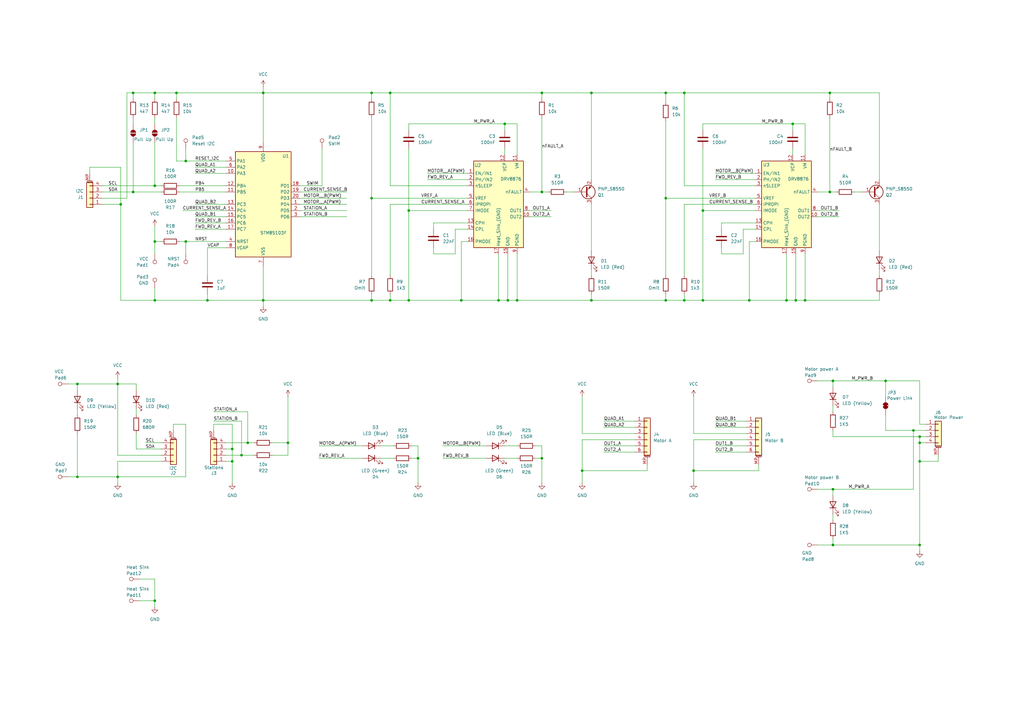
<source format=kicad_sch>
(kicad_sch (version 20250114) (generator "eeschema") (generator_version "9.0")
  (paper "A3")
  (title_block (title "Tim's I2C Dual Motor Driver") (date "2024-06-07") (company "Tim Jackson.1960"))
  (junction (at 189.23 123.19))
  (junction (at 152.4 123.19))
  (junction (at 377.19 179.07))
  (junction (at 49.53 83.82))
  (junction (at 325.12 50.8))
  (junction (at 273.05 81.28))
  (junction (at 363.22 156.21))
  (junction (at 48.26 157.48))
  (junction (at 341.63 223.52))
  (junction (at 377.19 223.52))
  (junction (at 63.5 38.1))
  (junction (at 152.4 38.1))
  (junction (at 238.76 193.04))
  (junction (at 288.29 123.19))
  (junction (at 204.47 123.19))
  (junction (at 340.36 78.74))
  (junction (at 101.6 181.61))
  (junction (at 273.05 38.1))
  (junction (at 341.63 156.21))
  (junction (at 63.5 76.2))
  (junction (at 330.2 123.19))
  (junction (at 222.25 187.96))
  (junction (at 326.39 123.19))
  (junction (at 31.75 195.58))
  (junction (at 322.58 123.19))
  (junction (at 377.19 181.61))
  (junction (at 222.25 78.74))
  (junction (at 340.36 38.1))
  (junction (at 95.25 189.23))
  (junction (at 307.34 123.19))
  (junction (at 63.5 123.19))
  (junction (at 167.64 123.19))
  (junction (at 242.57 38.1))
  (junction (at 273.05 123.19))
  (junction (at 76.2 66.04))
  (junction (at 107.95 38.1))
  (junction (at 118.11 181.61))
  (junction (at 171.45 187.96))
  (junction (at 76.2 99.06))
  (junction (at 160.02 38.1))
  (junction (at 167.64 86.36))
  (junction (at 54.61 78.74))
  (junction (at 212.09 123.19))
  (junction (at 72.39 38.1))
  (junction (at 152.4 81.28))
  (junction (at 377.19 189.23))
  (junction (at 54.61 38.1))
  (junction (at 95.25 184.15))
  (junction (at 85.09 123.19))
  (junction (at 107.95 123.19))
  (junction (at 242.57 123.19))
  (junction (at 280.67 123.19))
  (junction (at 31.75 157.48))
  (junction (at 341.63 200.66))
  (junction (at 222.25 38.1))
  (junction (at 374.65 176.53))
  (junction (at 207.01 50.8))
  (junction (at 208.28 123.19))
  (junction (at 63.5 99.06))
  (junction (at 160.02 123.19))
  (junction (at 288.29 86.36))
  (junction (at 63.5 246.38))
  (junction (at 284.48 193.04))
  (junction (at 48.26 195.58))
  (junction (at 280.67 38.1))
  (junction (at 99.06 186.69))
  (wire (pts (xy 288.29 53.34) (xy 288.29 50.8)))
  (wire (pts (xy 59.69 181.61) (xy 66.04 181.61)))
  (wire (pts (xy 247.65 185.42) (xy 260.35 185.42)))
  (wire (pts (xy 130.81 182.88) (xy 148.59 182.88)))
  (wire (pts (xy 71.12 176.53) (xy 71.12 173.99)))
  (wire (pts (xy 175.26 71.12) (xy 191.77 71.12)))
  (wire (pts (xy 167.64 86.36) (xy 167.64 123.19)))
  (wire (pts (xy 52.07 81.28) (xy 52.07 38.1)))
  (wire (pts (xy 177.8 91.44) (xy 191.77 91.44)))
  (wire (pts (xy 186.69 104.14) (xy 186.69 93.98)))
  (wire (pts (xy 27.94 157.48) (xy 31.75 157.48)))
  (wire (pts (xy 222.25 187.96) (xy 219.71 187.96)))
  (wire (pts (xy 63.5 246.38) (xy 63.5 248.92)))
  (wire (pts (xy 130.81 187.96) (xy 148.59 187.96)))
  (wire (pts (xy 111.76 181.61) (xy 118.11 181.61)))
  (wire (pts (xy 107.95 38.1) (xy 107.95 58.42)))
  (wire (pts (xy 49.53 83.82) (xy 49.53 123.19)))
  (wire (pts (xy 273.05 120.65) (xy 273.05 123.19)))
  (wire (pts (xy 80.01 71.12) (xy 92.71 71.12)))
  (wire (pts (xy 80.01 83.82) (xy 92.71 83.82)))
  (wire (pts (xy 107.95 35.56) (xy 107.95 38.1)))
  (wire (pts (xy 217.17 78.74) (xy 222.25 78.74)))
  (wire (pts (xy 363.22 176.53) (xy 363.22 170.18)))
  (wire (pts (xy 95.25 184.15) (xy 95.25 189.23)))
  (wire (pts (xy 107.95 38.1) (xy 152.4 38.1)))
  (wire (pts (xy 36.83 71.12) (xy 36.83 68.58)))
  (wire (pts (xy 309.88 99.06) (xy 307.34 99.06)))
  (wire (pts (xy 280.67 38.1) (xy 340.36 38.1)))
  (wire (pts (xy 63.5 99.06) (xy 63.5 104.14)))
  (wire (pts (xy 152.4 40.64) (xy 152.4 38.1)))
  (wire (pts (xy 326.39 123.19) (xy 330.2 123.19)))
  (wire (pts (xy 280.67 76.2) (xy 280.67 38.1)))
  (wire (pts (xy 87.63 172.72) (xy 99.06 172.72)))
  (wire (pts (xy 280.67 83.82) (xy 280.67 113.03)))
  (wire (pts (xy 204.47 123.19) (xy 208.28 123.19)))
  (wire (pts (xy 260.35 180.34) (xy 238.76 180.34)))
  (wire (pts (xy 360.68 120.65) (xy 360.68 123.19)))
  (wire (pts (xy 49.53 123.19) (xy 63.5 123.19)))
  (wire (pts (xy 54.61 58.42) (xy 54.61 78.74)))
  (wire (pts (xy 280.67 120.65) (xy 280.67 123.19)))
  (wire (pts (xy 238.76 177.8) (xy 260.35 177.8)))
  (wire (pts (xy 123.19 81.28) (xy 142.24 81.28)))
  (wire (pts (xy 156.21 187.96) (xy 161.29 187.96)))
  (wire (pts (xy 55.88 177.8) (xy 55.88 184.15)))
  (wire (pts (xy 107.95 123.19) (xy 152.4 123.19)))
  (wire (pts (xy 377.19 181.61) (xy 377.19 189.23)))
  (wire (pts (xy 335.28 86.36) (xy 344.17 86.36)))
  (wire (pts (xy 76.2 99.06) (xy 76.2 104.14)))
  (wire (pts (xy 48.26 157.48) (xy 48.26 186.69)))
  (wire (pts (xy 273.05 41.91) (xy 273.05 38.1)))
  (wire (pts (xy 222.25 182.88) (xy 222.25 187.96)))
  (wire (pts (xy 189.23 99.06) (xy 189.23 123.19)))
  (wire (pts (xy 360.68 110.49) (xy 360.68 113.03)))
  (wire (pts (xy 99.06 172.72) (xy 99.06 186.69)))
  (wire (pts (xy 118.11 162.56) (xy 118.11 181.61)))
  (wire (pts (xy 191.77 76.2) (xy 160.02 76.2)))
  (wire (pts (xy 71.12 173.99) (xy 76.2 173.99)))
  (wire (pts (xy 160.02 76.2) (xy 160.02 38.1)))
  (wire (pts (xy 48.26 195.58) (xy 48.26 198.12)))
  (wire (pts (xy 273.05 38.1) (xy 280.67 38.1)))
  (wire (pts (xy 335.28 200.66) (xy 341.63 200.66)))
  (wire (pts (xy 222.25 38.1) (xy 242.57 38.1)))
  (wire (pts (xy 341.63 176.53) (xy 341.63 179.07)))
  (wire (pts (xy 167.64 60.96) (xy 167.64 86.36)))
  (wire (pts (xy 48.26 189.23) (xy 48.26 195.58)))
  (wire (pts (xy 76.2 66.04) (xy 92.71 66.04)))
  (wire (pts (xy 340.36 38.1) (xy 340.36 40.64)))
  (wire (pts (xy 167.64 123.19) (xy 189.23 123.19)))
  (wire (pts (xy 217.17 88.9) (xy 226.06 88.9)))
  (wire (pts (xy 123.19 83.82) (xy 142.24 83.82)))
  (wire (pts (xy 284.48 180.34) (xy 306.07 180.34)))
  (wire (pts (xy 52.07 38.1) (xy 54.61 38.1)))
  (wire (pts (xy 363.22 156.21) (xy 363.22 162.56)))
  (wire (pts (xy 288.29 86.36) (xy 309.88 86.36)))
  (wire (pts (xy 242.57 83.82) (xy 242.57 102.87)))
  (wire (pts (xy 177.8 104.14) (xy 186.69 104.14)))
  (wire (pts (xy 295.91 104.14) (xy 295.91 101.6)))
  (wire (pts (xy 41.91 81.28) (xy 52.07 81.28)))
  (wire (pts (xy 66.04 186.69) (xy 48.26 186.69)))
  (wire (pts (xy 207.01 182.88) (xy 212.09 182.88)))
  (wire (pts (xy 288.29 50.8) (xy 325.12 50.8)))
  (wire (pts (xy 57.15 237.49) (xy 63.5 237.49)))
  (wire (pts (xy 160.02 120.65) (xy 160.02 123.19)))
  (wire (pts (xy 152.4 81.28) (xy 191.77 81.28)))
  (wire (pts (xy 377.19 181.61) (xy 379.73 181.61)))
  (wire (pts (xy 63.5 40.64) (xy 63.5 38.1)))
  (wire (pts (xy 87.63 168.91) (xy 101.6 168.91)))
  (wire (pts (xy 309.88 93.98) (xy 304.8 93.98)))
  (wire (pts (xy 181.61 187.96) (xy 199.39 187.96)))
  (wire (pts (xy 152.4 120.65) (xy 152.4 123.19)))
  (wire (pts (xy 273.05 113.03) (xy 273.05 81.28)))
  (wire (pts (xy 341.63 200.66) (xy 374.65 200.66)))
  (wire (pts (xy 76.2 195.58) (xy 48.26 195.58)))
  (wire (pts (xy 207.01 60.96) (xy 207.01 63.5)))
  (wire (pts (xy 101.6 168.91) (xy 101.6 181.61)))
  (wire (pts (xy 360.68 73.66) (xy 360.68 38.1)))
  (wire (pts (xy 72.39 48.26) (xy 72.39 66.04)))
  (wire (pts (xy 85.09 123.19) (xy 107.95 123.19)))
  (wire (pts (xy 341.63 203.2) (xy 341.63 200.66)))
  (wire (pts (xy 66.04 189.23) (xy 48.26 189.23)))
  (wire (pts (xy 377.19 173.99) (xy 379.73 173.99)))
  (wire (pts (xy 238.76 180.34) (xy 238.76 193.04)))
  (wire (pts (xy 377.19 179.07) (xy 379.73 179.07)))
  (wire (pts (xy 95.25 173.99) (xy 95.25 184.15)))
  (wire (pts (xy 217.17 86.36) (xy 226.06 86.36)))
  (wire (pts (xy 31.75 167.64) (xy 31.75 170.18)))
  (wire (pts (xy 160.02 83.82) (xy 160.02 113.03)))
  (wire (pts (xy 273.05 123.19) (xy 280.67 123.19)))
  (wire (pts (xy 54.61 40.64) (xy 54.61 38.1)))
  (wire (pts (xy 92.71 186.69) (xy 99.06 186.69)))
  (wire (pts (xy 335.28 156.21) (xy 341.63 156.21)))
  (wire (pts (xy 384.81 189.23) (xy 377.19 189.23)))
  (wire (pts (xy 80.01 91.44) (xy 92.71 91.44)))
  (wire (pts (xy 325.12 60.96) (xy 325.12 63.5)))
  (wire (pts (xy 160.02 38.1) (xy 222.25 38.1)))
  (wire (pts (xy 55.88 167.64) (xy 55.88 170.18)))
  (wire (pts (xy 85.09 101.6) (xy 85.09 113.03)))
  (wire (pts (xy 123.19 86.36) (xy 142.24 86.36)))
  (wire (pts (xy 293.37 172.72) (xy 306.07 172.72)))
  (wire (pts (xy 54.61 78.74) (xy 66.04 78.74)))
  (wire (pts (xy 238.76 193.04) (xy 238.76 198.12)))
  (wire (pts (xy 123.19 76.2) (xy 132.08 76.2)))
  (wire (pts (xy 118.11 181.61) (xy 118.11 186.69)))
  (wire (pts (xy 325.12 50.8) (xy 330.2 50.8)))
  (wire (pts (xy 41.91 78.74) (xy 54.61 78.74)))
  (wire (pts (xy 340.36 38.1) (xy 360.68 38.1)))
  (wire (pts (xy 168.91 182.88) (xy 171.45 182.88)))
  (wire (pts (xy 167.64 50.8) (xy 207.01 50.8)))
  (wire (pts (xy 242.57 123.19) (xy 273.05 123.19)))
  (wire (pts (xy 304.8 93.98) (xy 304.8 104.14)))
  (wire (pts (xy 31.75 195.58) (xy 48.26 195.58)))
  (wire (pts (xy 341.63 156.21) (xy 363.22 156.21)))
  (wire (pts (xy 322.58 123.19) (xy 326.39 123.19)))
  (wire (pts (xy 111.76 186.69) (xy 118.11 186.69)))
  (wire (pts (xy 85.09 101.6) (xy 92.71 101.6)))
  (wire (pts (xy 63.5 58.42) (xy 63.5 76.2)))
  (wire (pts (xy 242.57 120.65) (xy 242.57 123.19)))
  (wire (pts (xy 208.28 123.19) (xy 212.09 123.19)))
  (wire (pts (xy 242.57 38.1) (xy 273.05 38.1)))
  (wire (pts (xy 73.66 99.06) (xy 76.2 99.06)))
  (wire (pts (xy 191.77 99.06) (xy 189.23 99.06)))
  (wire (pts (xy 377.19 189.23) (xy 377.19 223.52)))
  (wire (pts (xy 107.95 123.19) (xy 107.95 125.73)))
  (wire (pts (xy 340.36 78.74) (xy 342.9 78.74)))
  (wire (pts (xy 222.25 198.12) (xy 222.25 187.96)))
  (wire (pts (xy 152.4 38.1) (xy 160.02 38.1)))
  (wire (pts (xy 374.65 176.53) (xy 374.65 200.66)))
  (wire (pts (xy 49.53 68.58) (xy 49.53 83.82)))
  (wire (pts (xy 322.58 104.14) (xy 322.58 123.19)))
  (wire (pts (xy 167.64 53.34) (xy 167.64 50.8)))
  (wire (pts (xy 304.8 104.14) (xy 295.91 104.14)))
  (wire (pts (xy 92.71 184.15) (xy 95.25 184.15)))
  (wire (pts (xy 72.39 38.1) (xy 107.95 38.1)))
  (wire (pts (xy 76.2 99.06) (xy 92.71 99.06)))
  (wire (pts (xy 350.52 78.74) (xy 353.06 78.74)))
  (wire (pts (xy 284.48 177.8) (xy 284.48 162.56)))
  (wire (pts (xy 232.41 78.74) (xy 234.95 78.74)))
  (wire (pts (xy 31.75 157.48) (xy 48.26 157.48)))
  (wire (pts (xy 55.88 184.15) (xy 66.04 184.15)))
  (wire (pts (xy 175.26 73.66) (xy 191.77 73.66)))
  (wire (pts (xy 63.5 118.11) (xy 63.5 123.19)))
  (wire (pts (xy 85.09 120.65) (xy 85.09 123.19)))
  (wire (pts (xy 92.71 189.23) (xy 95.25 189.23)))
  (wire (pts (xy 293.37 175.26) (xy 306.07 175.26)))
  (wire (pts (xy 222.25 48.26) (xy 222.25 78.74)))
  (wire (pts (xy 160.02 123.19) (xy 167.64 123.19)))
  (wire (pts (xy 208.28 104.14) (xy 208.28 123.19)))
  (wire (pts (xy 311.15 190.5) (xy 311.15 193.04)))
  (wire (pts (xy 273.05 49.53) (xy 273.05 81.28)))
  (wire (pts (xy 156.21 182.88) (xy 161.29 182.88)))
  (wire (pts (xy 247.65 182.88) (xy 260.35 182.88)))
  (wire (pts (xy 92.71 181.61) (xy 101.6 181.61)))
  (wire (pts (xy 341.63 158.75) (xy 341.63 156.21)))
  (wire (pts (xy 27.94 195.58) (xy 31.75 195.58)))
  (wire (pts (xy 330.2 104.14) (xy 330.2 123.19)))
  (wire (pts (xy 171.45 187.96) (xy 168.91 187.96)))
  (wire (pts (xy 72.39 66.04) (xy 76.2 66.04)))
  (wire (pts (xy 41.91 76.2) (xy 63.5 76.2)))
  (wire (pts (xy 152.4 48.26) (xy 152.4 81.28)))
  (wire (pts (xy 80.01 88.9) (xy 92.71 88.9)))
  (wire (pts (xy 219.71 182.88) (xy 222.25 182.88)))
  (wire (pts (xy 76.2 60.96) (xy 76.2 66.04)))
  (wire (pts (xy 132.08 60.96) (xy 132.08 76.2)))
  (wire (pts (xy 55.88 160.02) (xy 55.88 157.48)))
  (wire (pts (xy 152.4 113.03) (xy 152.4 81.28)))
  (wire (pts (xy 87.63 173.99) (xy 95.25 173.99)))
  (wire (pts (xy 171.45 182.88) (xy 171.45 187.96)))
  (wire (pts (xy 212.09 104.14) (xy 212.09 123.19)))
  (wire (pts (xy 295.91 91.44) (xy 309.88 91.44)))
  (wire (pts (xy 207.01 53.34) (xy 207.01 50.8)))
  (wire (pts (xy 242.57 73.66) (xy 242.57 38.1)))
  (wire (pts (xy 74.93 86.36) (xy 92.71 86.36)))
  (wire (pts (xy 73.66 76.2) (xy 92.71 76.2)))
  (wire (pts (xy 280.67 123.19) (xy 288.29 123.19)))
  (wire (pts (xy 293.37 71.12) (xy 309.88 71.12)))
  (wire (pts (xy 293.37 182.88) (xy 306.07 182.88)))
  (wire (pts (xy 63.5 99.06) (xy 66.04 99.06)))
  (wire (pts (xy 107.95 109.22) (xy 107.95 123.19)))
  (wire (pts (xy 87.63 176.53) (xy 87.63 173.99)))
  (wire (pts (xy 284.48 198.12) (xy 284.48 193.04)))
  (wire (pts (xy 191.77 86.36) (xy 167.64 86.36)))
  (wire (pts (xy 335.28 78.74) (xy 340.36 78.74)))
  (wire (pts (xy 341.63 179.07) (xy 377.19 179.07)))
  (wire (pts (xy 363.22 176.53) (xy 374.65 176.53)))
  (wire (pts (xy 363.22 156.21) (xy 377.19 156.21)))
  (wire (pts (xy 123.19 88.9) (xy 142.24 88.9)))
  (wire (pts (xy 186.69 93.98) (xy 191.77 93.98)))
  (wire (pts (xy 330.2 50.8) (xy 330.2 63.5)))
  (wire (pts (xy 212.09 123.19) (xy 242.57 123.19)))
  (wire (pts (xy 76.2 173.99) (xy 76.2 195.58)))
  (wire (pts (xy 72.39 38.1) (xy 72.39 40.64)))
  (wire (pts (xy 101.6 181.61) (xy 104.14 181.61)))
  (wire (pts (xy 307.34 123.19) (xy 322.58 123.19)))
  (wire (pts (xy 63.5 92.71) (xy 63.5 99.06)))
  (wire (pts (xy 95.25 198.12) (xy 95.25 189.23)))
  (wire (pts (xy 341.63 220.98) (xy 341.63 223.52)))
  (wire (pts (xy 123.19 78.74) (xy 142.24 78.74)))
  (wire (pts (xy 212.09 50.8) (xy 212.09 63.5)))
  (wire (pts (xy 247.65 172.72) (xy 260.35 172.72)))
  (wire (pts (xy 31.75 177.8) (xy 31.75 195.58)))
  (wire (pts (xy 80.01 68.58) (xy 92.71 68.58)))
  (wire (pts (xy 341.63 166.37) (xy 341.63 168.91)))
  (wire (pts (xy 207.01 187.96) (xy 212.09 187.96)))
  (wire (pts (xy 238.76 177.8) (xy 238.76 162.56)))
  (wire (pts (xy 152.4 123.19) (xy 160.02 123.19)))
  (wire (pts (xy 340.36 48.26) (xy 340.36 78.74)))
  (wire (pts (xy 293.37 73.66) (xy 309.88 73.66)))
  (wire (pts (xy 171.45 198.12) (xy 171.45 187.96)))
  (wire (pts (xy 63.5 38.1) (xy 72.39 38.1)))
  (wire (pts (xy 63.5 123.19) (xy 85.09 123.19)))
  (wire (pts (xy 374.65 176.53) (xy 379.73 176.53)))
  (wire (pts (xy 80.01 93.98) (xy 92.71 93.98)))
  (wire (pts (xy 247.65 175.26) (xy 260.35 175.26)))
  (wire (pts (xy 177.8 91.44) (xy 177.8 93.98)))
  (wire (pts (xy 204.47 104.14) (xy 204.47 123.19)))
  (wire (pts (xy 222.25 78.74) (xy 224.79 78.74)))
  (wire (pts (xy 293.37 185.42) (xy 306.07 185.42)))
  (wire (pts (xy 330.2 123.19) (xy 360.68 123.19)))
  (wire (pts (xy 307.34 99.06) (xy 307.34 123.19)))
  (wire (pts (xy 311.15 193.04) (xy 284.48 193.04)))
  (wire (pts (xy 288.29 86.36) (xy 288.29 123.19)))
  (wire (pts (xy 160.02 83.82) (xy 191.77 83.82)))
  (wire (pts (xy 31.75 160.02) (xy 31.75 157.48)))
  (wire (pts (xy 222.25 40.64) (xy 222.25 38.1)))
  (wire (pts (xy 54.61 48.26) (xy 54.61 50.8)))
  (wire (pts (xy 242.57 110.49) (xy 242.57 113.03)))
  (wire (pts (xy 54.61 38.1) (xy 63.5 38.1)))
  (wire (pts (xy 265.43 193.04) (xy 238.76 193.04)))
  (wire (pts (xy 207.01 50.8) (xy 212.09 50.8)))
  (wire (pts (xy 377.19 223.52) (xy 377.19 226.06)))
  (wire (pts (xy 36.83 68.58) (xy 49.53 68.58)))
  (wire (pts (xy 335.28 88.9) (xy 344.17 88.9)))
  (wire (pts (xy 177.8 101.6) (xy 177.8 104.14)))
  (wire (pts (xy 41.91 83.82) (xy 49.53 83.82)))
  (wire (pts (xy 326.39 104.14) (xy 326.39 123.19)))
  (wire (pts (xy 309.88 76.2) (xy 280.67 76.2)))
  (wire (pts (xy 63.5 48.26) (xy 63.5 50.8)))
  (wire (pts (xy 341.63 210.82) (xy 341.63 213.36)))
  (wire (pts (xy 280.67 83.82) (xy 309.88 83.82)))
  (wire (pts (xy 63.5 76.2) (xy 66.04 76.2)))
  (wire (pts (xy 288.29 60.96) (xy 288.29 86.36)))
  (wire (pts (xy 265.43 190.5) (xy 265.43 193.04)))
  (wire (pts (xy 360.68 83.82) (xy 360.68 102.87)))
  (wire (pts (xy 377.19 156.21) (xy 377.19 173.99)))
  (wire (pts (xy 63.5 237.49) (xy 63.5 246.38)))
  (wire (pts (xy 57.15 246.38) (xy 63.5 246.38)))
  (wire (pts (xy 48.26 157.48) (xy 48.26 154.94)))
  (wire (pts (xy 341.63 223.52) (xy 377.19 223.52)))
  (wire (pts (xy 295.91 91.44) (xy 295.91 93.98)))
  (wire (pts (xy 384.81 186.69) (xy 384.81 189.23)))
  (wire (pts (xy 189.23 123.19) (xy 204.47 123.19)))
  (wire (pts (xy 284.48 193.04) (xy 284.48 180.34)))
  (wire (pts (xy 325.12 53.34) (xy 325.12 50.8)))
  (wire (pts (xy 288.29 123.19) (xy 307.34 123.19)))
  (wire (pts (xy 273.05 81.28) (xy 309.88 81.28)))
  (wire (pts (xy 73.66 78.74) (xy 92.71 78.74)))
  (wire (pts (xy 284.48 177.8) (xy 306.07 177.8)))
  (wire (pts (xy 55.88 157.48) (xy 48.26 157.48)))
  (wire (pts (xy 181.61 182.88) (xy 199.39 182.88)))
  (wire (pts (xy 335.28 223.52) (xy 341.63 223.52)))
  (wire (pts (xy 377.19 181.61) (xy 377.19 179.07)))
  (wire (pts (xy 99.06 186.69) (xy 104.14 186.69)))
  (label "M_PWR_B" (at 349.25 156.21 0))
  (label "QUAD_B1" (at 80.01 88.9 0))
  (label "STATION_A" (at 124.46 86.36 0))
  (label "MOTOR__B(PWM)" (at 181.61 182.88 0))
  (label "QUAD_A2" (at 80.01 71.12 0))
  (label "QUAD_B2" (at 293.37 175.26 0))
  (label "FWD_REV_A" (at 175.26 73.66 0))
  (label "MOTOR__A(PWM)" (at 175.26 71.12 0))
  (label "M_PWR_A" (at 194.31 50.8 0))
  (label "FWD_REV_B" (at 293.37 73.66 0))
  (label "M_PWR_A" (at 347.98 200.66 0))
  (label "QUAD_B2" (at 80.01 83.82 0))
  (label "FWD_REV_A" (at 80.01 93.98 0))
  (label "FWD_REV_B" (at 181.61 187.96 0))
  (label "CURRENT_SENSE_A" (at 172.72 83.82 0))
  (label "SDA" (at 44.45 78.74 0))
  (label "OUT1_A" (at 218.44 86.36 0))
  (label "SDA" (at 59.69 184.15 0))
  (label "MOTOR__B(PWM)" (at 293.37 71.12 0))
  (label "OUT2_B" (at 293.37 185.42 0))
  (label "OUT2_A" (at 247.65 185.42 0))
  (label "MOTOR__A(PWM)" (at 130.81 182.88 0))
  (label "nFAULT_B" (at 340.36 62.23 0))
  (label "OUT2_A" (at 218.44 88.9 0))
  (label "QUAD_A1" (at 80.01 68.58 0))
  (label "MOTOR__B(PWM)" (at 124.46 81.28 0))
  (label "CURRENT_SENSE_B" (at 124.46 78.74 0))
  (label "VREF_A" (at 172.72 81.28 0))
  (label "SWIM" (at 125.73 76.2 0))
  (label "PB4" (at 80.01 76.2 0))
  (label "NRST" (at 80.01 99.06 0))
  (label "VCAP" (at 85.09 101.6 0))
  (label "QUAD_A2" (at 247.65 175.26 0))
  (label "OUT1_B" (at 336.55 86.36 0))
  (label "CURRENT_SENSE_A" (at 74.93 86.36 0))
  (label "PB5" (at 80.01 78.74 0))
  (label "M_PWR_B" (at 312.42 50.8 0))
  (label "STATION_B" (at 124.46 88.9 0))
  (label "SCL" (at 59.69 181.61 0))
  (label "QUAD_A1" (at 247.65 172.72 0))
  (label "FWD_REV_B" (at 80.01 91.44 0))
  (label "RESET_I2C" (at 80.01 66.04 0))
  (label "nFAULT_A" (at 222.25 60.96 0))
  (label "OUT2_B" (at 336.55 88.9 0))
  (label "CURRENT_SENSE_B" (at 290.83 83.82 0))
  (label "QUAD_B1" (at 293.37 172.72 0))
  (label "STATION_B" (at 87.63 172.72 0))
  (label "STATION_A" (at 87.63 168.91 0))
  (label "OUT1_B" (at 293.37 182.88 0))
  (label "MOTOR__A(PWM)" (at 124.46 83.82 0))
  (label "FWD_REV_A" (at 130.81 187.96 0))
  (label "OUT1_A" (at 247.65 182.88 0))
  (label "VREF_B" (at 290.83 81.28 0))
  (label "SCL" (at 44.45 76.2 0))
  (symbol (lib_id "Device:R") (at 72.39 44.45 0) (unit 1)
    (property "Reference" "R15" (at 74.93 43.1799 0) (effects (justify left)))
    (property "Value" "10k" (at 74.93 45.7199 0) (effects (justify left)))
    (property "Footprint" "Resistor_SMD:R_0805_2012Metric" (effects (hide yes)))
    (property "Description" "Resistor" (effects (hide yes)))
  )
  (symbol (lib_id "Device:C") (at 207.01 57.15 0) (mirror x) (unit 1)
    (property "Reference" "C3" (at 203.2 55.8799 0) (effects (justify right)))
    (property "Value" "100nF" (at 203.2 58.4199 0) (effects (justify right)))
    (property "Footprint" "Capacitor_SMD:C_0805_2012Metric" (effects (hide yes)))
    (property "Description" "Unpolarized capacitor" (effects (hide yes)))
  )
  (symbol (lib_id "Tims_Library:Wire_Conn") (at 63.5 104.14 180) (unit 1)
    (property "Reference" "Pad1" (at 60.96 108.7121 0) (effects (justify left)))
    (property "Value" "VCC" (at 60.96 106.1721 0) (effects (justify left)))
    (property "Footprint" "Tim_Modified:Wire_Conn" (effects (hide yes)))
    (property "Description" "Wire Connection" (effects (hide yes)))
  )
  (symbol (lib_id "Device:R") (at 107.95 181.61 270) (unit 1)
    (property "Reference" "R21" (at 107.95 175.26 90))
    (property "Value" "10k" (at 107.95 177.8 90))
    (property "Footprint" "Resistor_SMD:R_0805_2012Metric" (effects (hide yes)))
    (property "Description" "Resistor" (effects (hide yes)))
  )
  (symbol (lib_id "Device:R") (at 273.05 45.72 180) (unit 1)
    (property "Reference" "R6" (at 275.59 44.4499 0) (effects (justify right)))
    (property "Value" "10k" (at 275.59 46.9899 0) (effects (justify right)))
    (property "Footprint" "Resistor_SMD:R_0805_2012Metric" (effects (hide yes)))
    (property "Description" "Resistor" (effects (hide yes)))
  )
  (symbol (lib_id "Device:R") (at 63.5 44.45 180) (unit 1)
    (property "Reference" "R14" (at 66.04 43.1799 0) (effects (justify right)))
    (property "Value" "4k7" (at 66.04 45.7199 0) (effects (justify right)))
    (property "Footprint" "Resistor_SMD:R_0805_2012Metric" (effects (hide yes)))
    (property "Description" "Resistor" (effects (hide yes)))
  )
  (symbol (lib_id "Connector_Generic_MountingPin:Conn_01x06_MountingPin") (at 311.15 177.8 0) (unit 1)
    (property "Reference" "J5" (at 313.69 178.1555 0) (effects (justify left)))
    (property "Value" "Motor B" (at 313.69 180.6955 0) (effects (justify left)))
    (property "Footprint" "Connector_JST:JST_PH_S6B-PH-SM4-TB_1x06-1MP_P2.00mm_Horizontal" (effects (hide yes)))
    (property "Datasheet" "https://www.jst-mfg.com/product/pdf/eng/ePH.pdf" (effects (hide yes)))
    (property "Description" "Generic connectable mounting pin connector, single row, 01x06, script generated (kicad-library-utils/schlib/autogen/connector/)" (effects (hide yes)))
    (property "Sourced From" "https://www.digikey.co.uk/en/products/detail/jst-sales-america-inc/S8B-PH-SM4-TB/926661?s=N4IgTCBcDaIMoA4BCBaACgCRXAsgFhQBUkQBdAXyA" (effects (hide yes)))
  )
  (symbol (lib_id "Connector_Generic_MountingPin:Conn_01x04_MountingPin") (at 384.81 176.53 0) (unit 1)
    (property "Reference" "J6" (at 383.54 169.164 0) (effects (justify left)))
    (property "Value" "Motor Power" (at 383.032 171.196 0) (effects (justify left)))
    (property "Footprint" "Connector_JST:JST_PH_S4B-PH-SM4-TB_1x04-1MP_P2.00mm_Horizontal" (effects (hide yes)))
    (property "Datasheet" "https://www.jst-mfg.com/product/pdf/eng/ePH.pdf" (effects (hide yes)))
    (property "Description" "Generic connectable mounting pin connector, single row, 01x04, script generated (kicad-library-utils/schlib/autogen/connector/)" (effects (hide yes)))
    (property "Source From" "https://www.digikey.co.uk/en/products/detail/jst-sales-america-inc/S4B-PH-SM4-TB/926657?s=N4IgTCBcDaIMoBYBCBaACgCRXAsglAKkiALoC%2BQA" (effects (hide yes)))
  )
  (symbol (lib_id "Device:LED") (at 242.57 106.68 90) (unit 1)
    (property "Reference" "D1" (at 246.38 106.9974 90) (effects (justify right)))
    (property "Value" "LED (Red)" (at 246.38 109.5374 90) (effects (justify right)))
    (property "Footprint" "LED_SMD:LED_0805_2012Metric" (effects (hide yes)))
    (property "Description" "Light emitting diode" (effects (hide yes)))
  )
  (symbol (lib_id "power:VCC") (at 284.48 162.56 0) (unit 1)
    (property "Reference" "#PWR011" (effects (hide yes)))
    (property "Value" "VCC" (at 284.48 157.48 0))
    (property "Description" "Power symbol creates a global label with name \"VCC\"" (effects (hide yes)))
  )
  (symbol (lib_id "Device:R") (at 273.05 116.84 0) (mirror x) (unit 1)
    (property "Reference" "R8" (at 270.51 115.5699 0) (effects (justify right)))
    (property "Value" "Omit" (at 270.51 118.1099 0) (effects (justify right)))
    (property "Footprint" "Resistor_SMD:R_0805_2012Metric" (effects (hide yes)))
    (property "Description" "Resistor" (effects (hide yes)))
  )
  (symbol (lib_id "Device:R") (at 55.88 173.99 180) (unit 1)
    (property "Reference" "R20" (at 58.42 172.7199 0) (effects (justify right)))
    (property "Value" "680R" (at 58.42 175.2599 0) (effects (justify right)))
    (property "Footprint" "Resistor_SMD:R_0805_2012Metric" (effects (hide yes)))
    (property "Description" "Resistor" (effects (hide yes)))
  )
  (symbol (lib_id "Device:R") (at 69.85 99.06 270) (unit 1)
    (property "Reference" "R18" (at 69.85 92.71 90))
    (property "Value" "10k" (at 69.85 95.25 90))
    (property "Footprint" "Resistor_SMD:R_0805_2012Metric" (effects (hide yes)))
    (property "Description" "Resistor" (effects (hide yes)))
  )
  (symbol (lib_id "Jumper:SolderJumper_2_Bridged") (at 363.22 166.37 90) (unit 1)
    (property "Reference" "JP3" (at 365.76 161.036 90))
    (property "Value" "Power Link" (at 369.062 163.322 90))
    (property "Footprint" "Tims:SolderJumper-2_P1.3mm_Bridged_RoundedPad1.0x1.0mm" (effects (hide yes)))
    (property "Description" "Solder Jumper, 2-pole, closed/bridged" (effects (hide yes)))
  )
  (symbol (lib_id "Device:C") (at 85.09 116.84 0) (unit 1)
    (property "Reference" "C7" (at 88.9 115.5699 0) (effects (justify left)))
    (property "Value" "1uF" (at 88.9 118.1099 0) (effects (justify left)))
    (property "Footprint" "Capacitor_SMD:C_0805_2012Metric" (effects (hide yes)))
    (property "Description" "Unpolarized capacitor" (effects (hide yes)))
  )
  (symbol (lib_id "power:GND") (at 48.26 198.12 0) (unit 1)
    (property "Reference" "#PWR05" (effects (hide yes)))
    (property "Value" "GND" (at 48.26 203.2 0))
    (property "Description" "Power symbol creates a global label with name \"GND\" , ground" (effects (hide yes)))
  )
  (symbol (lib_id "Device:R") (at 165.1 182.88 90) (unit 1)
    (property "Reference" "R23" (at 165.1 176.53 90))
    (property "Value" "150R" (at 165.1 179.07 90))
    (property "Footprint" "Resistor_SMD:R_0805_2012Metric" (effects (hide yes)))
    (property "Description" "Resistor" (effects (hide yes)))
  )
  (symbol (lib_id "Device:C") (at 325.12 57.15 0) (mirror x) (unit 1)
    (property "Reference" "C4" (at 321.31 55.8799 0) (effects (justify right)))
    (property "Value" "100nF" (at 321.31 58.4199 0) (effects (justify right)))
    (property "Footprint" "Capacitor_SMD:C_0805_2012Metric" (effects (hide yes)))
    (property "Description" "Unpolarized capacitor" (effects (hide yes)))
  )
  (symbol (lib_id "Device:R") (at 242.57 116.84 180) (unit 1)
    (property "Reference" "R11" (at 245.11 115.5699 0) (effects (justify right)))
    (property "Value" "150R" (at 245.11 118.1099 0) (effects (justify right)))
    (property "Footprint" "Resistor_SMD:R_0805_2012Metric" (effects (hide yes)))
    (property "Description" "Resistor" (effects (hide yes)))
  )
  (symbol (lib_id "Device:R") (at 222.25 44.45 180) (unit 1)
    (property "Reference" "R1" (at 224.79 43.1799 0) (effects (justify right)))
    (property "Value" "10k" (at 224.79 45.7199 0) (effects (justify right)))
    (property "Footprint" "Resistor_SMD:R_0805_2012Metric" (effects (hide yes)))
    (property "Description" "Resistor" (effects (hide yes)))
  )
  (symbol (lib_id "Device:R") (at 160.02 116.84 180) (unit 1)
    (property "Reference" "R9" (at 162.56 115.5699 0) (effects (justify right)))
    (property "Value" "1k3" (at 162.56 118.1099 0) (effects (justify right)))
    (property "Footprint" "Resistor_SMD:R_0805_2012Metric" (effects (hide yes)))
    (property "Description" "Resistor" (effects (hide yes)))
  )
  (symbol (lib_id "Device:LED") (at 152.4 182.88 180) (unit 1)
    (property "Reference" "D3" (at 153.9875 175.26 0))
    (property "Value" "LED (Blue)" (at 153.9875 177.8 0))
    (property "Footprint" "LED_SMD:LED_0805_2012Metric" (effects (hide yes)))
    (property "Description" "Light emitting diode" (effects (hide yes)))
  )
  (symbol (lib_id "Device:LED") (at 203.2 187.96 0) (mirror y) (unit 1)
    (property "Reference" "D6" (at 204.7875 195.58 0))
    (property "Value" "LED (Green)" (at 204.7875 193.04 0))
    (property "Footprint" "LED_SMD:LED_0805_2012Metric" (effects (hide yes)))
    (property "Description" "Light emitting diode" (effects (hide yes)))
  )
  (symbol (lib_id "power:VCC") (at 107.95 35.56 0) (unit 1)
    (property "Reference" "#PWR04" (effects (hide yes)))
    (property "Value" "VCC" (at 107.95 30.48 0))
    (property "Description" "Power symbol creates a global label with name \"VCC\"" (effects (hide yes)))
  )
  (symbol (lib_id "power:GND") (at 238.76 198.12 0) (unit 1)
    (property "Reference" "#PWR010" (effects (hide yes)))
    (property "Value" "GND" (at 238.76 203.2 0))
    (property "Description" "Power symbol creates a global label with name \"GND\" , ground" (effects (hide yes)))
  )
  (symbol (lib_id "Device:R") (at 341.63 172.72 180) (unit 1)
    (property "Reference" "R27" (at 344.17 171.4499 0) (effects (justify right)))
    (property "Value" "1K5" (at 344.17 173.9899 0) (effects (justify right)))
    (property "Footprint" "Resistor_SMD:R_0805_2012Metric" (effects (hide yes)))
    (property "Description" "Resistor" (effects (hide yes)))
  )
  (symbol (lib_id "Device:LED") (at 55.88 163.83 90) (unit 1)
    (property "Reference" "D10" (at 59.69 164.1474 90) (effects (justify right)))
    (property "Value" "LED (Red)" (at 59.69 166.6874 90) (effects (justify right)))
    (property "Footprint" "LED_SMD:LED_0805_2012Metric" (effects (hide yes)))
    (property "Description" "Light emitting diode" (effects (hide yes)))
  )
  (symbol (lib_id "Tims_Library:Wire_Conn") (at 132.08 60.96 0) (unit 1)
    (property "Reference" "Pad2" (at 134.62 56.3879 0) (effects (justify left)))
    (property "Value" "SWIM" (at 134.62 58.9279 0) (effects (justify left)))
    (property "Footprint" "Tim_Modified:Wire_Conn" (effects (hide yes)))
    (property "Description" "Wire Connection" (effects (hide yes)))
  )
  (symbol (lib_id "Tims_Library:Wire_Conn") (at 76.2 104.14 180) (unit 1)
    (property "Reference" "Pad4" (at 73.66 108.7121 0) (effects (justify left)))
    (property "Value" "NRST" (at 73.66 106.1721 0) (effects (justify left)))
    (property "Footprint" "Tim_Modified:Wire_Conn" (effects (hide yes)))
    (property "Description" "Wire Connection" (effects (hide yes)))
  )
  (symbol (lib_id "Device:R") (at 31.75 173.99 180) (unit 1)
    (property "Reference" "R19" (at 34.29 172.7199 0) (effects (justify right)))
    (property "Value" "150R" (at 34.29 175.2599 0) (effects (justify right)))
    (property "Footprint" "Resistor_SMD:R_0805_2012Metric" (effects (hide yes)))
    (property "Description" "Resistor" (effects (hide yes)))
  )
  (symbol (lib_id "power:VCC") (at 118.11 162.56 0) (unit 1)
    (property "Reference" "#PWR02" (effects (hide yes)))
    (property "Value" "VCC" (at 118.11 157.48 0))
    (property "Description" "Power symbol creates a global label with name \"VCC\"" (effects (hide yes)))
  )
  (symbol (lib_id "Device:R") (at 341.63 217.17 180) (unit 1)
    (property "Reference" "R28" (at 344.17 215.8999 0) (effects (justify right)))
    (property "Value" "1K5" (at 344.17 218.4399 0) (effects (justify right)))
    (property "Footprint" "Resistor_SMD:R_0805_2012Metric" (effects (hide yes)))
    (property "Description" "Resistor" (effects (hide yes)))
  )
  (symbol (lib_id "Tims_Library:Wire_Conn") (at 57.15 237.49 90) (mirror x) (unit 1)
    (property "Reference" "Pad12" (at 51.816 235.204 90) (effects (justify right)))
    (property "Value" "Heat Sink" (at 51.816 232.664 90) (effects (justify right)))
    (property "Footprint" "Tim_Modified:Wire_Conn" (effects (hide yes)))
    (property "Description" "Wire Connection" (effects (hide yes)))
  )
  (symbol (lib_id "Tims_Library:Wire_Conn") (at 335.28 200.66 90) (mirror x) (unit 1)
    (property "Reference" "Pad10" (at 329.946 198.374 90) (effects (justify right)))
    (property "Value" "Motor power B" (at 329.946 195.834 90) (effects (justify right)))
    (property "Footprint" "Tim_Modified:Wire_Conn" (effects (hide yes)))
    (property "Description" "Wire Connection" (effects (hide yes)))
  )
  (symbol (lib_id "Device:R") (at 346.71 78.74 90) (unit 1)
    (property "Reference" "R4" (at 346.71 72.39 90))
    (property "Value" "510R" (at 346.71 74.93 90))
    (property "Footprint" "Resistor_SMD:R_0805_2012Metric" (effects (hide yes)))
    (property "Description" "Resistor" (effects (hide yes)))
  )
  (symbol (lib_id "power:VCC") (at 63.5 92.71 0) (unit 1)
    (property "Reference" "#PWR08" (effects (hide yes)))
    (property "Value" "VCC" (at 63.5 87.63 0))
    (property "Description" "Power symbol creates a global label with name \"VCC\"" (effects (hide yes)))
  )
  (symbol (lib_id "Device:LED") (at 203.2 182.88 180) (unit 1)
    (property "Reference" "D5" (at 204.7875 175.26 0))
    (property "Value" "LED (Blue)" (at 204.7875 177.8 0))
    (property "Footprint" "LED_SMD:LED_0805_2012Metric" (effects (hide yes)))
    (property "Description" "Light emitting diode" (effects (hide yes)))
  )
  (symbol (lib_id "power:VCC") (at 48.26 154.94 0) (unit 1)
    (property "Reference" "#PWR06" (effects (hide yes)))
    (property "Value" "VCC" (at 48.26 149.86 0))
    (property "Description" "Power symbol creates a global label with name \"VCC\"" (effects (hide yes)))
  )
  (symbol (lib_id "Device:LED") (at 31.75 163.83 90) (unit 1)
    (property "Reference" "D9" (at 35.56 164.1474 90) (effects (justify right)))
    (property "Value" "LED (Yellow)" (at 35.56 166.6874 90) (effects (justify right)))
    (property "Footprint" "LED_SMD:LED_0805_2012Metric" (effects (hide yes)))
    (property "Description" "Light emitting diode" (effects (hide yes)))
  )
  (symbol (lib_id "Device:R") (at 340.36 44.45 180) (unit 1)
    (property "Reference" "R2" (at 342.9 43.1799 0) (effects (justify right)))
    (property "Value" "10k" (at 342.9 45.7199 0) (effects (justify right)))
    (property "Footprint" "Resistor_SMD:R_0805_2012Metric" (effects (hide yes)))
    (property "Description" "Resistor" (effects (hide yes)))
  )
  (symbol (lib_id "Connector_Generic_MountingPin:Conn_01x06_MountingPin") (at 265.43 177.8 0) (unit 1)
    (property "Reference" "J4" (at 267.97 178.1555 0) (effects (justify left)))
    (property "Value" "Motor A" (at 267.97 180.6955 0) (effects (justify left)))
    (property "Footprint" "Connector_JST:JST_PH_S6B-PH-SM4-TB_1x06-1MP_P2.00mm_Horizontal" (effects (hide yes)))
    (property "Datasheet" "https://www.jst-mfg.com/product/pdf/eng/ePH.pdf" (effects (hide yes)))
    (property "Description" "Generic connectable mounting pin connector, single row, 01x06, script generated (kicad-library-utils/schlib/autogen/connector/)" (effects (hide yes)))
    (property "Sourced From" "https://www.digikey.co.uk/en/products/detail/jst-sales-america-inc/S8B-PH-SM4-TB/926661?s=N4IgTCBcDaIMoA4BCBaACgCRXAsgFhQBUkQBdAXyA" (effects (hide yes)))
  )
  (symbol (lib_id "Device:C") (at 288.29 57.15 0) (unit 1)
    (property "Reference" "C6" (at 292.1 55.8799 0) (effects (justify left)))
    (property "Value" "100nF" (at 292.1 58.4199 0) (effects (justify left)))
    (property "Footprint" "Capacitor_SMD:C_1206_3216Metric" (effects (hide yes)))
    (property "Description" "Unpolarized capacitor" (effects (hide yes)))
  )
  (symbol (lib_id "power:GND") (at 95.25 198.12 0) (unit 1)
    (property "Reference" "#PWR01" (effects (hide yes)))
    (property "Value" "GND" (at 95.25 203.2 0))
    (property "Description" "Power symbol creates a global label with name \"GND\" , ground" (effects (hide yes)))
  )
  (symbol (lib_id "power:GND") (at 63.5 248.92 0) (unit 1)
    (property "Reference" "#PWR015" (effects (hide yes)))
    (property "Value" "GND" (at 63.5 254 0))
    (property "Description" "Power symbol creates a global label with name \"GND\" , ground" (effects (hide yes)))
  )
  (symbol (lib_id "Connector_Generic_MountingPin:Conn_01x04_MountingPin") (at 71.12 186.69 0) (mirror x) (unit 1)
    (property "Reference" "J2" (at 69.85 194.056 0) (effects (justify left)))
    (property "Value" "I2C" (at 69.342 192.024 0) (effects (justify left)))
    (property "Footprint" "Connector_JST:JST_PH_S4B-PH-SM4-TB_1x04-1MP_P2.00mm_Horizontal" (effects (hide yes)))
    (property "Datasheet" "https://www.jst-mfg.com/product/pdf/eng/ePH.pdf" (effects (hide yes)))
    (property "Description" "Generic connectable mounting pin connector, single row, 01x04, script generated (kicad-library-utils/schlib/autogen/connector/)" (effects (hide yes)))
    (property "Source From" "https://www.digikey.co.uk/en/products/detail/jst-sales-america-inc/S4B-PH-SM4-TB/926657?s=N4IgTCBcDaIMoBYBCBaACgCRXAsglAKkiALoC%2BQA" (effects (hide yes)))
  )
  (symbol (lib_id "Device:LED") (at 360.68 106.68 90) (unit 1)
    (property "Reference" "D2" (at 364.49 106.9974 90) (effects (justify right)))
    (property "Value" "LED (Red)" (at 364.49 109.5374 90) (effects (justify right)))
    (property "Footprint" "LED_SMD:LED_0805_2012Metric" (effects (hide yes)))
    (property "Description" "Light emitting diode" (effects (hide yes)))
  )
  (symbol (lib_id "Device:Q_PNP_BEC") (at 240.03 78.74 0) (mirror x) (unit 1)
    (property "Reference" "Q1" (at 245.11 80.0101 0) (effects (justify left)))
    (property "Value" "PNP_S8550" (at 245.11 77.4701 0) (effects (justify left)))
    (property "Footprint" "Package_TO_SOT_SMD:SOT-23" (effects (hide yes)))
    (property "Description" "PNP transistor, base/emitter/collector" (effects (hide yes)))
  )
  (symbol (lib_id "Tims_Library:STM8S103F") (at 107.95 83.82 0) (unit 1)
    (property "Reference" "U1" (at 115.824 64.008 0) (effects (justify left)))
    (property "Value" "STM8S103F" (at 106.68 95.504 0) (effects (justify left)))
    (property "Footprint" "Package_SO:TSSOP-20_4.4x6.5mm_P0.65mm" (effects (hide yes)))
    (property "Datasheet" "http://www.st.com/st-web-ui/static/active/en/resource/technical/document/datasheet/DM00024550.pdf" (effects (hide yes)))
    (property "Description" "16MHz, 8K Flash, 1K RAM, 128 EEPROM, USART, I²C, SPI, TSSOP-20" (effects (hide yes)))
  )
  (symbol (lib_id "power:GND") (at 377.19 226.06 0) (unit 1)
    (property "Reference" "#PWR07" (effects (hide yes)))
    (property "Value" "GND" (at 377.19 231.14 0))
    (property "Description" "Power symbol creates a global label with name \"GND\" , ground" (effects (hide yes)))
  )
  (symbol (lib_id "Device:C") (at 167.64 57.15 0) (unit 1)
    (property "Reference" "C5" (at 171.45 55.8799 0) (effects (justify left)))
    (property "Value" "100nF" (at 171.45 58.4199 0) (effects (justify left)))
    (property "Footprint" "Capacitor_SMD:C_1206_3216Metric" (effects (hide yes)))
    (property "Description" "Unpolarized capacitor" (effects (hide yes)))
  )
  (symbol (lib_id "Jumper:SolderJumper_2_Open") (at 63.5 54.61 90) (unit 1)
    (property "Reference" "JP2" (at 66.04 53.3399 90) (effects (justify right)))
    (property "Value" "Pull Up" (at 63.754 57.15 90) (effects (justify right)))
    (property "Footprint" "Tims:SolderJumper-2_P1.3mm_Open_RoundedPad1.0x1.0mm" (effects (hide yes)))
    (property "Description" "Solder Jumper, 2-pole, open" (effects (hide yes)))
  )
  (symbol (lib_id "Device:R") (at 54.61 44.45 180) (unit 1)
    (property "Reference" "R13" (at 57.15 43.1799 0) (effects (justify right)))
    (property "Value" "4k7" (at 57.15 45.7199 0) (effects (justify right)))
    (property "Footprint" "Resistor_SMD:R_0805_2012Metric" (effects (hide yes)))
    (property "Description" "Resistor" (effects (hide yes)))
  )
  (symbol (lib_id "Device:C") (at 177.8 97.79 0) (unit 1)
    (property "Reference" "C1" (at 181.61 96.5199 0) (effects (justify left)))
    (property "Value" "22nF" (at 181.61 99.0599 0) (effects (justify left)))
    (property "Footprint" "Capacitor_SMD:C_0805_2012Metric" (effects (hide yes)))
    (property "Description" "Unpolarized capacitor" (effects (hide yes)))
  )
  (symbol (lib_id "Device:LED") (at 341.63 207.01 90) (unit 1)
    (property "Reference" "D8" (at 345.44 207.3274 90) (effects (justify right)))
    (property "Value" "LED (Yellow)" (at 345.44 209.8674 90) (effects (justify right)))
    (property "Footprint" "LED_SMD:LED_0805_2012Metric" (effects (hide yes)))
    (property "Description" "Light emitting diode" (effects (hide yes)))
  )
  (symbol (lib_id "Jumper:SolderJumper_2_Open") (at 54.61 54.61 90) (unit 1)
    (property "Reference" "JP1" (at 57.15 53.3399 90) (effects (justify right)))
    (property "Value" "Pull Up" (at 54.864 57.15 90) (effects (justify right)))
    (property "Footprint" "Tims:SolderJumper-2_P1.3mm_Open_RoundedPad1.0x1.0mm" (effects (hide yes)))
    (property "Description" "Solder Jumper, 2-pole, open" (effects (hide yes)))
  )
  (symbol (lib_id "Tims_Library:Wire_Conn") (at 27.94 195.58 90) (unit 1)
    (property "Reference" "Pad7" (at 22.606 193.04 90) (effects (justify right)))
    (property "Value" "GND" (at 22.606 190.5 90) (effects (justify right)))
    (property "Footprint" "Tim_Modified:Wire_Conn" (effects (hide yes)))
    (property "Description" "Wire Connection" (effects (hide yes)))
  )
  (symbol (lib_id "Device:R") (at 215.9 187.96 90) (mirror x) (unit 1)
    (property "Reference" "R26" (at 215.9 193.675 90))
    (property "Value" "150R" (at 215.9 191.135 90))
    (property "Footprint" "Resistor_SMD:R_0805_2012Metric" (effects (hide yes)))
    (property "Description" "Resistor" (effects (hide yes)))
  )
  (symbol (lib_id "Device:R") (at 69.85 78.74 90) (mirror x) (unit 1)
    (property "Reference" "R17" (at 69.85 85.09 90))
    (property "Value" "100R" (at 69.85 82.55 90))
    (property "Footprint" "Resistor_SMD:R_0805_2012Metric" (effects (hide yes)))
    (property "Description" "Resistor" (effects (hide yes)))
  )
  (symbol (lib_id "Tims_Library:Wire_Conn") (at 335.28 223.52 90) (unit 1)
    (property "Reference" "Pad8" (at 328.93 229.3621 90) (effects (justify right)))
    (property "Value" "GND" (at 328.93 226.8221 90) (effects (justify right)))
    (property "Footprint" "Tim_Modified:Wire_Conn" (effects (hide yes)))
    (property "Description" "Wire Connection" (effects (hide yes)))
  )
  (symbol (lib_id "Tims_Library:Wire_Conn") (at 76.2 60.96 0) (unit 1)
    (property "Reference" "Pad5" (at 78.74 56.3879 0) (effects (justify left)))
    (property "Value" "Reset I2C" (at 78.74 58.9279 0) (effects (justify left)))
    (property "Footprint" "Tim_Modified:Wire_Conn" (effects (hide yes)))
    (property "Description" "Wire Connection" (effects (hide yes)))
  )
  (symbol (lib_id "Device:R") (at 107.95 186.69 270) (mirror x) (unit 1)
    (property "Reference" "R22" (at 107.95 193.04 90))
    (property "Value" "10k" (at 107.95 190.5 90))
    (property "Footprint" "Resistor_SMD:R_0805_2012Metric" (effects (hide yes)))
    (property "Description" "Resistor" (effects (hide yes)))
  )
  (symbol (lib_id "Device:Q_PNP_BEC") (at 358.14 78.74 0) (mirror x) (unit 1)
    (property "Reference" "Q2" (at 363.22 80.0101 0) (effects (justify left)))
    (property "Value" "PNP_S8550" (at 363.22 77.4701 0) (effects (justify left)))
    (property "Footprint" "Package_TO_SOT_SMD:SOT-23" (effects (hide yes)))
    (property "Description" "PNP transistor, base/emitter/collector" (effects (hide yes)))
  )
  (symbol (lib_id "Device:R") (at 69.85 76.2 270) (unit 1)
    (property "Reference" "R16" (at 69.85 69.85 90))
    (property "Value" "100R" (at 69.85 72.39 90))
    (property "Footprint" "Resistor_SMD:R_0805_2012Metric" (effects (hide yes)))
    (property "Description" "Resistor" (effects (hide yes)))
  )
  (symbol (lib_id "power:GND") (at 171.45 198.12 0) (unit 1)
    (property "Reference" "#PWR013" (effects (hide yes)))
    (property "Value" "GND" (at 171.45 203.2 0))
    (property "Description" "Power symbol creates a global label with name \"GND\" , ground" (effects (hide yes)))
  )
  (symbol (lib_id "Tims_Library:DRV8876") (at 322.58 83.82 0) (unit 1)
    (property "Reference" "U3" (at 312.928 67.564 0) (effects (justify left)))
    (property "Value" "DRV8876" (at 323.088 73.406 0) (effects (justify left)))
    (property "Footprint" "Package_SO:HTSSOP-16-1EP_4.4x5mm_P0.65mm_EP3x3mm" (effects (hide yes)))
    (property "Datasheet" "https://www.ti.com/lit/ds/symlink/drv8876.pdf?ts=1717632359923" (effects (hide yes)))
    (property "Description" "H-Bridge driver, 3.5A, Low Voltage, PH/EN input" (effects (hide yes)))
  )
  (symbol (lib_id "Device:LED") (at 152.4 187.96 0) (mirror y) (unit 1)
    (property "Reference" "D4" (at 153.9875 195.58 0))
    (property "Value" "LED (Green)" (at 153.9875 193.04 0))
    (property "Footprint" "LED_SMD:LED_0805_2012Metric" (effects (hide yes)))
    (property "Description" "Light emitting diode" (effects (hide yes)))
  )
  (symbol (lib_id "power:GND") (at 107.95 125.73 0) (unit 1)
    (property "Reference" "#PWR03" (effects (hide yes)))
    (property "Value" "GND" (at 107.95 130.81 0))
    (property "Description" "Power symbol creates a global label with name \"GND\" , ground" (effects (hide yes)))
  )
  (symbol (lib_id "power:VCC") (at 238.76 162.56 0) (unit 1)
    (property "Reference" "#PWR09" (effects (hide yes)))
    (property "Value" "VCC" (at 238.76 157.48 0))
    (property "Description" "Power symbol creates a global label with name \"VCC\"" (effects (hide yes)))
  )
  (symbol (lib_id "Device:R") (at 360.68 116.84 180) (unit 1)
    (property "Reference" "R12" (at 363.22 115.5699 0) (effects (justify right)))
    (property "Value" "150R" (at 363.22 118.1099 0) (effects (justify right)))
    (property "Footprint" "Resistor_SMD:R_0805_2012Metric" (effects (hide yes)))
    (property "Description" "Resistor" (effects (hide yes)))
  )
  (symbol (lib_id "Tims_Library:Wire_Conn") (at 57.15 246.38 90) (mirror x) (unit 1)
    (property "Reference" "Pad11" (at 51.816 244.094 90) (effects (justify right)))
    (property "Value" "Heat Sink" (at 51.816 241.554 90) (effects (justify right)))
    (property "Footprint" "Tim_Modified:Wire_Conn" (effects (hide yes)))
    (property "Description" "Wire Connection" (effects (hide yes)))
  )
  (symbol (lib_id "Device:R") (at 152.4 44.45 180) (unit 1)
    (property "Reference" "R5" (at 154.94 43.1799 0) (effects (justify right)))
    (property "Value" "10k" (at 154.94 45.7199 0) (effects (justify right)))
    (property "Footprint" "Resistor_SMD:R_0805_2012Metric" (effects (hide yes)))
    (property "Description" "Resistor" (effects (hide yes)))
  )
  (symbol (lib_id "power:GND") (at 222.25 198.12 0) (unit 1)
    (property "Reference" "#PWR014" (effects (hide yes)))
    (property "Value" "GND" (at 222.25 203.2 0))
    (property "Description" "Power symbol creates a global label with name \"GND\" , ground" (effects (hide yes)))
  )
  (symbol (lib_id "Tims_Library:Wire_Conn") (at 335.28 156.21 90) (mirror x) (unit 1)
    (property "Reference" "Pad9" (at 329.946 153.924 90) (effects (justify right)))
    (property "Value" "Motor power A" (at 329.946 151.384 90) (effects (justify right)))
    (property "Footprint" "Tim_Modified:Wire_Conn" (effects (hide yes)))
    (property "Description" "Wire Connection" (effects (hide yes)))
  )
  (symbol (lib_id "Device:R") (at 215.9 182.88 90) (unit 1)
    (property "Reference" "R25" (at 215.9 176.53 90))
    (property "Value" "150R" (at 215.9 179.07 90))
    (property "Footprint" "Resistor_SMD:R_0805_2012Metric" (effects (hide yes)))
    (property "Description" "Resistor" (effects (hide yes)))
  )
  (symbol (lib_id "Connector_Generic_MountingPin:Conn_01x04_MountingPin") (at 36.83 81.28 180) (unit 1)
    (property "Reference" "J1" (at 34.29 80.9245 0) (effects (justify left)))
    (property "Value" "I2C" (at 34.29 78.3845 0) (effects (justify left)))
    (property "Footprint" "Connector_JST:JST_PH_S4B-PH-SM4-TB_1x04-1MP_P2.00mm_Horizontal" (effects (hide yes)))
    (property "Datasheet" "https://www.jst-mfg.com/product/pdf/eng/ePH.pdf" (effects (hide yes)))
    (property "Description" "Generic connectable mounting pin connector, single row, 01x04, script generated (kicad-library-utils/schlib/autogen/connector/)" (effects (hide yes)))
    (property "Source From" "https://www.digikey.co.uk/en/products/detail/jst-sales-america-inc/S4B-PH-SM4-TB/926657?s=N4IgTCBcDaIMoBYBCBaACgCRXAsglAKkiALoC%2BQA" (effects (hide yes)))
  )
  (symbol (lib_id "Device:R") (at 165.1 187.96 90) (mirror x) (unit 1)
    (property "Reference" "R24" (at 165.1 193.675 90))
    (property "Value" "150R" (at 165.1 191.135 90))
    (property "Footprint" "Resistor_SMD:R_0805_2012Metric" (effects (hide yes)))
    (property "Description" "Resistor" (effects (hide yes)))
  )
  (symbol (lib_id "Tims_Library:DRV8876") (at 204.47 83.82 0) (unit 1)
    (property "Reference" "U2" (at 194.564 67.818 0) (effects (justify left)))
    (property "Value" "DRV8876" (at 205.232 73.406 0) (effects (justify left)))
    (property "Footprint" "Package_SO:HTSSOP-16-1EP_4.4x5mm_P0.65mm_EP3x3mm" (effects (hide yes)))
    (property "Datasheet" "https://www.ti.com/lit/ds/symlink/drv8876.pdf?ts=1717632359923" (effects (hide yes)))
    (property "Description" "H-Bridge driver, 3.5A, Low Voltage, PH/EN input" (effects (hide yes)))
  )
  (symbol (lib_id "power:GND") (at 284.48 198.12 0) (unit 1)
    (property "Reference" "#PWR012" (effects (hide yes)))
    (property "Value" "GND" (at 284.48 203.2 0))
    (property "Description" "Power symbol creates a global label with name \"GND\" , ground" (effects (hide yes)))
  )
  (symbol (lib_id "Device:R") (at 152.4 116.84 0) (mirror x) (unit 1)
    (property "Reference" "R7" (at 149.86 115.5699 0) (effects (justify right)))
    (property "Value" "Omit" (at 149.86 118.1099 0) (effects (justify right)))
    (property "Footprint" "Resistor_SMD:R_0805_2012Metric" (effects (hide yes)))
    (property "Description" "Resistor" (effects (hide yes)))
  )
  (symbol (lib_id "Device:LED") (at 341.63 162.56 90) (unit 1)
    (property "Reference" "D7" (at 345.44 162.8774 90) (effects (justify right)))
    (property "Value" "LED (Yellow)" (at 345.44 165.4174 90) (effects (justify right)))
    (property "Footprint" "LED_SMD:LED_0805_2012Metric" (effects (hide yes)))
    (property "Description" "Light emitting diode" (effects (hide yes)))
  )
  (symbol (lib_id "Connector_Generic_MountingPin:Conn_01x04_MountingPin") (at 87.63 186.69 180) (unit 1)
    (property "Reference" "J3" (at 88.9 194.056 0) (effects (justify left)))
    (property "Value" "Stations" (at 91.694 191.77 0) (effects (justify left)))
    (property "Footprint" "Connector_JST:JST_PH_S4B-PH-SM4-TB_1x04-1MP_P2.00mm_Horizontal" (effects (hide yes)))
    (property "Datasheet" "https://www.jst-mfg.com/product/pdf/eng/ePH.pdf" (effects (hide yes)))
    (property "Description" "Generic connectable mounting pin connector, single row, 01x04, script generated (kicad-library-utils/schlib/autogen/connector/)" (effects (hide yes)))
    (property "Source From" "https://www.digikey.co.uk/en/products/detail/jst-sales-america-inc/S4B-PH-SM4-TB/926657?s=N4IgTCBcDaIMoBYBCBaACgCRXAsglAKkiALoC%2BQA" (effects (hide yes)))
  )
  (symbol (lib_id "Device:R") (at 280.67 116.84 180) (unit 1)
    (property "Reference" "R10" (at 283.21 115.5699 0) (effects (justify right)))
    (property "Value" "1k3" (at 283.21 118.1099 0) (effects (justify right)))
    (property "Footprint" "Resistor_SMD:R_0805_2012Metric" (effects (hide yes)))
    (property "Description" "Resistor" (effects (hide yes)))
  )
  (symbol (lib_id "Device:C") (at 295.91 97.79 0) (unit 1)
    (property "Reference" "C2" (at 299.72 96.5199 0) (effects (justify left)))
    (property "Value" "22nF" (at 299.72 99.0599 0) (effects (justify left)))
    (property "Footprint" "Capacitor_SMD:C_0805_2012Metric" (effects (hide yes)))
    (property "Description" "Unpolarized capacitor" (effects (hide yes)))
  )
  (symbol (lib_id "Tims_Library:Wire_Conn") (at 63.5 118.11 0) (mirror y) (unit 1)
    (property "Reference" "Pad3" (at 60.96 113.5379 0) (effects (justify left)))
    (property "Value" "GND" (at 60.96 116.0779 0) (effects (justify left)))
    (property "Footprint" "Tim_Modified:Wire_Conn" (effects (hide yes)))
    (property "Description" "Wire Connection" (effects (hide yes)))
  )
  (symbol (lib_id "Tims_Library:Wire_Conn") (at 27.94 157.48 90) (mirror x) (unit 1)
    (property "Reference" "Pad6" (at 22.352 154.94 90) (effects (justify right)))
    (property "Value" "VCC" (at 22.352 152.4 90) (effects (justify right)))
    (property "Footprint" "Tim_Modified:Wire_Conn" (effects (hide yes)))
    (property "Description" "Wire Connection" (effects (hide yes)))
  )
  (symbol (lib_id "Device:R") (at 228.6 78.74 90) (unit 1)
    (property "Reference" "R3" (at 228.6 72.39 90))
    (property "Value" "510R" (at 228.6 74.93 90))
    (property "Footprint" "Resistor_SMD:R_0805_2012Metric" (effects (hide yes)))
    (property "Description" "Resistor" (effects (hide yes)))
  )
)
</source>
